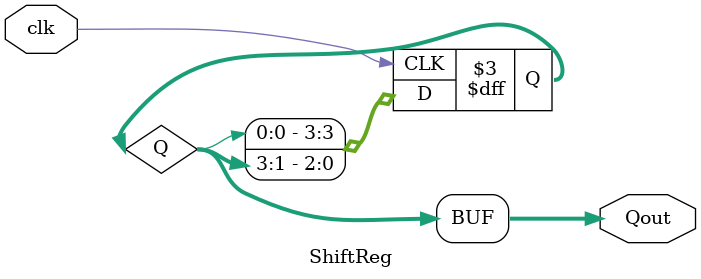
<source format=v>
`timescale 1ns / 1ps


module ShiftReg(Qout, clk);

	input clk;
	output [3:0] Qout;
	reg [3:0] Q = 4'b0001;

	always @ (posedge clk) begin
		Q[3]<=Q[0];
		Q[2]<=Q[3];
		Q[1]<=Q[2];
		Q[0]<=Q[1];
	end

	assign Qout = Q;

endmodule

</source>
